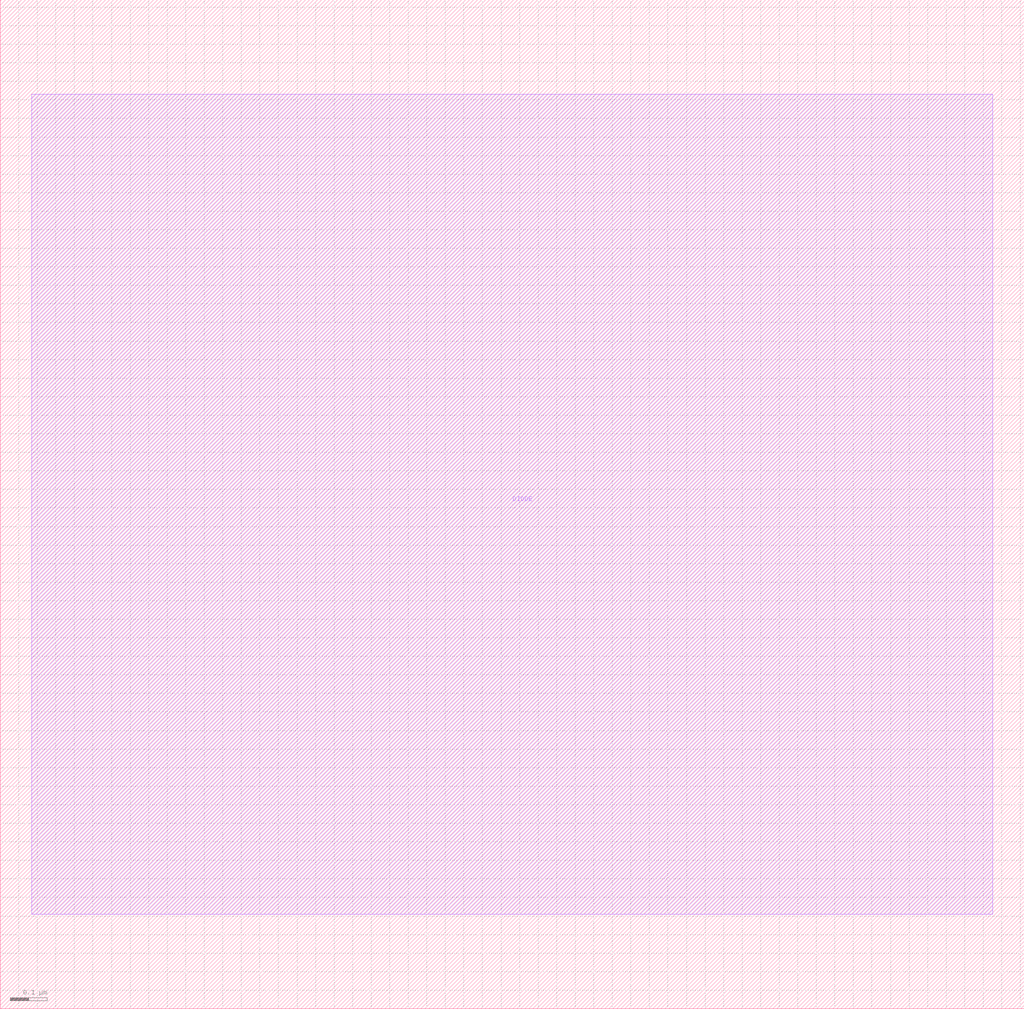
<source format=lef>
# Copyright 2020 The SkyWater PDK Authors
#
# Licensed under the Apache License, Version 2.0 (the "License");
# you may not use this file except in compliance with the License.
# You may obtain a copy of the License at
#
#     https://www.apache.org/licenses/LICENSE-2.0
#
# Unless required by applicable law or agreed to in writing, software
# distributed under the License is distributed on an "AS IS" BASIS,
# WITHOUT WARRANTIES OR CONDITIONS OF ANY KIND, either express or implied.
# See the License for the specific language governing permissions and
# limitations under the License.
#
# SPDX-License-Identifier: Apache-2.0

VERSION 5.7 ;
BUSBITCHARS "[]" ;
DIVIDERCHAR "/" ;
PROPERTYDEFINITIONS
  MACRO maskLayoutSubType STRING ;
  MACRO prCellType STRING ;
  MACRO originalViewName STRING ;
END PROPERTYDEFINITIONS
MACRO sky130_fd_sc_hdll__diode_6
  ORIGIN  0.000000  0.000000 ;
  CLASS CORE ;
  SYMMETRY X Y R90 ;
  SIZE  2.760000 BY  2.720000 ;
  SITE unithd ;
  PIN DIODE
    ANTENNADIFFAREA  1.718100 ;
    DIRECTION INPUT ;
    USE SIGNAL ;
    PORT
      LAYER li1 ;
        RECT 0.085000 0.255000 2.675000 2.465000 ;
    END
  END DIODE
  PIN VGND
    DIRECTION INOUT ;
    USE GROUND ;
  END VGND
  PIN VPWR
    DIRECTION INOUT ;
    USE POWER ;
  END VPWR
  PROPERTY maskLayoutSubType "abstract" ;
  PROPERTY prCellType "standard" ;
  PROPERTY originalViewName "layout" ;
END sky130_fd_sc_hdll__diode_6

</source>
